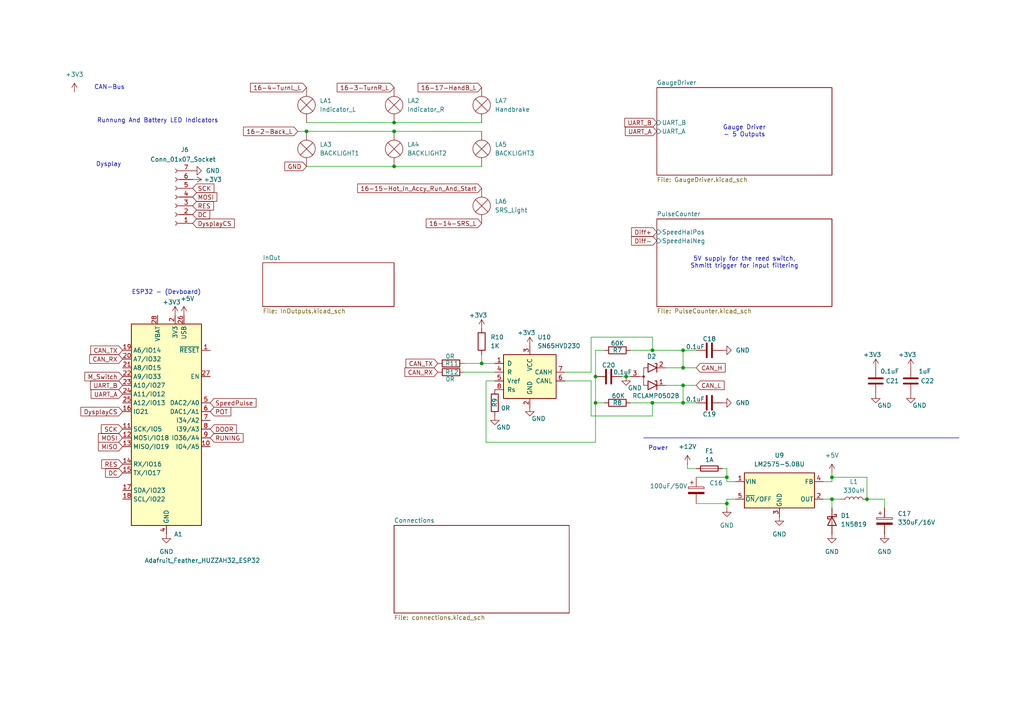
<source format=kicad_sch>
(kicad_sch (version 20231120) (generator "eeschema") (generator_version "8.0")
  (paper "A4")
  (lib_symbols
    (symbol "Connector:Conn_01x07_Socket" (pin_names (offset 1.016) hide)
      (property "Reference" "J" (at 0 10.16 0))
      (property "Value" "Conn_01x07_Socket" (at 0 -10.16 0))
      (symbol "Conn_01x07_Socket_1_1"
        (arc (start 0 -7.112) (mid -0.5058 -7.62) (end 0 -8.128) (stroke (width 0.1524)))
        (arc (start 0 -4.572) (mid -0.5058 -5.08) (end 0 -5.588) (stroke (width 0.1524)))
        (arc (start 0 -2.032) (mid -0.5058 -2.54) (end 0 -3.048) (stroke (width 0.1524)))
        (polyline (pts (xy -1.27 -7.62) (xy -0.508 -7.62)) (stroke (width 0.1524)))
        (polyline (pts (xy -1.27 -5.08) (xy -0.508 -5.08)) (stroke (width 0.1524)))
        (polyline (pts (xy -1.27 -2.54) (xy -0.508 -2.54)) (stroke (width 0.1524)))
        (polyline (pts (xy -1.27 0) (xy -0.508 0)) (stroke (width 0.1524)))
        (polyline (pts (xy -1.27 2.54) (xy -0.508 2.54)) (stroke (width 0.1524)))
        (polyline (pts (xy -1.27 5.08) (xy -0.508 5.08)) (stroke (width 0.1524)))
        (polyline (pts (xy -1.27 7.62) (xy -0.508 7.62)) (stroke (width 0.1524)))
        (arc (start 0 0.508) (mid -0.5058 0) (end 0 -0.508) (stroke (width 0.1524)))
        (arc (start 0 3.048) (mid -0.5058 2.54) (end 0 2.032) (stroke (width 0.1524)))
        (arc (start 0 5.588) (mid -0.5058 5.08) (end 0 4.572) (stroke (width 0.1524)))
        (arc (start 0 8.128) (mid -0.5058 7.62) (end 0 7.112) (stroke (width 0.1524)))
        (pin passive line (at -5.08 7.62 0) (length 3.81) (name "Pin_1") (number "1"))
        (pin passive line (at -5.08 5.08 0) (length 3.81) (name "Pin_2") (number "2"))
        (pin passive line (at -5.08 2.54 0) (length 3.81) (name "Pin_3") (number "3"))
        (pin passive line (at -5.08 0 0) (length 3.81) (name "Pin_4") (number "4"))
        (pin passive line (at -5.08 -2.54 0) (length 3.81) (name "Pin_5") (number "5"))
        (pin passive line (at -5.08 -5.08 0) (length 3.81) (name "Pin_6") (number "6"))
        (pin passive line (at -5.08 -7.62 0) (length 3.81) (name "Pin_7") (number "7"))
      )
    )
    (symbol "Device:C" (pin_numbers hide) (pin_names (offset 0.254))
      (property "Reference" "C" (at 0.635 2.54 0))
      (property "Value" "C" (at 0.635 -2.54 0))
      (symbol "C_0_1"
        (polyline (pts (xy -2.032 -0.762) (xy 2.032 -0.762)) (stroke (width 0.508)))
        (polyline (pts (xy -2.032 0.762) (xy 2.032 0.762)) (stroke (width 0.508)))
      )
      (symbol "C_1_1"
        (pin passive line (at 0 3.81 270) (length 2.794) (name "~") (number "1"))
        (pin passive line (at 0 -3.81 90) (length 2.794) (name "~") (number "2"))
      )
    )
    (symbol "Device:C_Polarized" (pin_numbers hide) (pin_names (offset 0.254))
      (property "Reference" "C" (at 0.635 2.54 0))
      (property "Value" "C_Polarized" (at 0.635 -2.54 0))
      (symbol "C_Polarized_0_1"
        (rectangle (start -2.286 0.508) (end 2.286 1.016))
        (polyline (pts (xy -1.778 2.286) (xy -0.762 2.286)))
        (polyline (pts (xy -1.27 2.794) (xy -1.27 1.778)))
        (rectangle (start 2.286 -0.508) (end -2.286 -1.016) (fill (type outline)))
      )
      (symbol "C_Polarized_1_1"
        (pin passive line (at 0 3.81 270) (length 2.794) (name "~") (number "1"))
        (pin passive line (at 0 -3.81 90) (length 2.794) (name "~") (number "2"))
      )
    )
    (symbol "Device:Fuse" (pin_numbers hide) (pin_names (offset 0))
      (property "Reference" "F" (at 2.032 0 90))
      (property "Value" "Fuse" (at -1.905 0 90))
      (symbol "Fuse_0_1"
        (rectangle (start -0.762 -2.54) (end 0.762 2.54) (stroke (width 0.254)))
        (polyline (pts (xy 0 2.54) (xy 0 -2.54)))
      )
      (symbol "Fuse_1_1"
        (pin passive line (at 0 3.81 270) (length 1.27) (name "~") (number "1"))
        (pin passive line (at 0 -3.81 90) (length 1.27) (name "~") (number "2"))
      )
    )
    (symbol "Device:L" (pin_numbers hide) (pin_names (offset 1.016) hide)
      (property "Reference" "L" (at -1.27 0 90))
      (property "Value" "L" (at 1.905 0 90))
      (symbol "L_0_1"
        (arc (start 0 -2.54) (mid 0.6323 -1.905) (end 0 -1.27))
        (arc (start 0 -1.27) (mid 0.6323 -0.635) (end 0 0))
        (arc (start 0 0) (mid 0.6323 0.635) (end 0 1.27))
        (arc (start 0 1.27) (mid 0.6323 1.905) (end 0 2.54))
      )
      (symbol "L_1_1"
        (pin passive line (at 0 3.81 270) (length 1.27) (name "1") (number "1"))
        (pin passive line (at 0 -3.81 90) (length 1.27) (name "2") (number "2"))
      )
    )
    (symbol "Device:Lamp" (pin_numbers hide) (pin_names (offset 0.0254) hide)
      (property "Reference" "LA" (at 0.635 3.81 0))
      (property "Value" "Lamp" (at 0.635 -3.81 0))
      (symbol "Lamp_0_1"
        (polyline (pts (xy -1.778 1.778) (xy 1.778 -1.778)))
        (polyline (pts (xy 1.778 1.778) (xy -1.778 -1.778)))
        (circle (center 0 0) (radius 2.54))
      )
      (symbol "Lamp_1_1"
        (pin passive line (at 0 -5.08 90) (length 2.54) (name "-") (number "1"))
        (pin passive line (at 0 5.08 270) (length 2.54) (name "+") (number "2"))
      )
    )
    (symbol "Device:R" (pin_numbers hide) (pin_names (offset 0))
      (property "Reference" "R" (at 2.032 0 90))
      (property "Value" "R" (at 0 0 90))
      (symbol "R_0_1"
        (rectangle (start -1.016 -2.54) (end 1.016 2.54) (stroke (width 0.254)))
      )
      (symbol "R_1_1"
        (pin passive line (at 0 3.81 270) (length 1.27) (name "~") (number "1"))
        (pin passive line (at 0 -3.81 90) (length 1.27) (name "~") (number "2"))
      )
    )
    (symbol "Diode:1N5819" (pin_numbers hide) (pin_names (offset 1.016) hide)
      (property "Reference" "D" (at 0 2.54 0))
      (property "Value" "1N5819" (at 0 -2.54 0))
      (symbol "1N5819_0_1"
        (polyline (pts (xy 1.27 0) (xy -1.27 0)))
        (polyline (pts (xy 1.27 1.27) (xy 1.27 -1.27) (xy -1.27 0) (xy 1.27 1.27)) (stroke (width 0.254)))
        (polyline (pts (xy -1.905 0.635) (xy -1.905 1.27) (xy -1.27 1.27) (xy -1.27 -1.27) (xy -0.635 -1.27) (xy -0.635 -0.635)) (stroke (width 0.254)))
      )
      (symbol "1N5819_1_1"
        (pin passive line (at -3.81 0 0) (length 2.54) (name "K") (number "1"))
        (pin passive line (at 3.81 0 180) (length 2.54) (name "A") (number "2"))
      )
    )
    (symbol "GND_1" (power) (pin_numbers hide) (pin_names (offset 0) hide)
      (property "Value" "GND" (at 0 -3.81 0))
      (symbol "GND_1_0_1"
        (polyline (pts (xy 0 0) (xy 0 -1.27) (xy 1.27 -1.27) (xy 0 -2.54) (xy -1.27 -1.27) (xy 0 -1.27)))
      )
      (symbol "GND_1_1_1"
        (pin power_in line (at 0 0 270) (length 0) (name "~") (number "1"))
      )
    )
    (symbol "Interface_CAN_LIN:SN65HVD230" (pin_names (offset 1.016))
      (property "Reference" "U" (at -2.54 10.16 0))
      (property "Value" "SN65HVD230" (at -2.54 7.62 0))
      (symbol "SN65HVD230_0_1"
        (rectangle (start -7.62 5.08) (end 7.62 -7.62) (stroke (width 0.254)) (fill (type background)))
      )
      (symbol "SN65HVD230_1_1"
        (pin input line (at -10.16 2.54 0) (length 2.54) (name "D") (number "1"))
        (pin power_in line (at 0 -10.16 90) (length 2.54) (name "GND") (number "2"))
        (pin power_in line (at 0 7.62 270) (length 2.54) (name "VCC") (number "3"))
        (pin output line (at -10.16 0 0) (length 2.54) (name "R") (number "4"))
        (pin output line (at -10.16 -2.54 0) (length 2.54) (name "Vref") (number "5"))
        (pin bidirectional line (at 10.16 -2.54 180) (length 2.54) (name "CANL") (number "6"))
        (pin bidirectional line (at 10.16 0 180) (length 2.54) (name "CANH") (number "7"))
        (pin input line (at -10.16 -5.08 0) (length 2.54) (name "Rs") (number "8"))
      )
    )
    (symbol "MCU_Module:Adafruit_Feather_HUZZAH32_ESP32"
      (property "Reference" "A" (at -10.16 29.21 0))
      (property "Value" "Adafruit_Feather_HUZZAH32_ESP32" (at 2.54 -31.75 0))
      (symbol "Adafruit_Feather_HUZZAH32_ESP32_0_1"
        (rectangle (start -10.16 27.94) (end 10.16 -30.48) (stroke (width 0.254)) (fill (type background)))
      )
      (symbol "Adafruit_Feather_HUZZAH32_ESP32_1_1"
        (pin input line (at 12.7 20.32 180) (length 2.54) (name "~{RESET}") (number "1"))
        (pin bidirectional line (at 12.7 -7.62 180) (length 2.54) (name "IO4/A5") (number "10"))
        (pin bidirectional line (at -12.7 -2.54 0) (length 2.54) (name "SCK/IO5") (number "11"))
        (pin bidirectional line (at -12.7 -5.08 0) (length 2.54) (name "MOSI/IO18") (number "12"))
        (pin bidirectional line (at -12.7 -7.62 0) (length 2.54) (name "MISO/IO19") (number "13"))
        (pin bidirectional line (at -12.7 -12.7 0) (length 2.54) (name "RX/IO16") (number "14"))
        (pin bidirectional line (at -12.7 -15.24 0) (length 2.54) (name "TX/IO17") (number "15"))
        (pin bidirectional line (at -12.7 2.54 0) (length 2.54) (name "IO21") (number "16"))
        (pin bidirectional line (at -12.7 -20.32 0) (length 2.54) (name "SDA/IO23") (number "17"))
        (pin bidirectional line (at -12.7 -22.86 0) (length 2.54) (name "SCL/IO22") (number "18"))
        (pin bidirectional line (at -12.7 20.32 0) (length 2.54) (name "A6/IO14") (number "19"))
        (pin power_in line (at 2.54 30.48 270) (length 2.54) (name "3V3") (number "2"))
        (pin bidirectional line (at -12.7 17.78 0) (length 2.54) (name "A7/IO32") (number "20"))
        (pin bidirectional line (at -12.7 15.24 0) (length 2.54) (name "A8/IO15") (number "21"))
        (pin bidirectional line (at -12.7 12.7 0) (length 2.54) (name "A9/IO33") (number "22"))
        (pin bidirectional line (at -12.7 10.16 0) (length 2.54) (name "A10/IO27") (number "23"))
        (pin bidirectional line (at -12.7 7.62 0) (length 2.54) (name "A11/IO12") (number "24"))
        (pin bidirectional line (at -12.7 5.08 0) (length 2.54) (name "A12/IO13") (number "25"))
        (pin power_in line (at 5.08 30.48 270) (length 2.54) (name "USB") (number "26"))
        (pin input line (at 12.7 12.7 180) (length 2.54) (name "EN") (number "27"))
        (pin power_in line (at -2.54 30.48 270) (length 2.54) (name "VBAT") (number "28"))
        (pin no_connect line (at 10.16 10.16 180) (length 2.54) hide (name "NC") (number "3"))
        (pin power_in line (at 0 -33.02 90) (length 2.54) (name "GND") (number "4"))
        (pin bidirectional line (at 12.7 5.08 180) (length 2.54) (name "DAC2/A0") (number "5"))
        (pin bidirectional line (at 12.7 2.54 180) (length 2.54) (name "DAC1/A1") (number "6"))
        (pin bidirectional line (at 12.7 0 180) (length 2.54) (name "I34/A2") (number "7"))
        (pin bidirectional line (at 12.7 -2.54 180) (length 2.54) (name "I39/A3") (number "8"))
        (pin bidirectional line (at 12.7 -5.08 180) (length 2.54) (name "IO36/A4") (number "9"))
      )
    )
    (symbol "Power_Protection:RCLAMP0502B" (pin_names hide)
      (property "Reference" "D" (at 0 5.08 0))
      (property "Value" "RCLAMP0502B" (at 0 -5.08 0))
      (symbol "RCLAMP0502B_0_1"
        (polyline (pts (xy -2.54 0) (xy -1.27 0)))
        (polyline (pts (xy -1.27 2.54) (xy -1.27 -2.54)))
        (polyline (pts (xy 0 2.54) (xy -1.27 2.54)) (stroke (width 0.1524)))
        (polyline (pts (xy 2.54 3.81) (xy 2.54 1.27) (xy 2.032 1.27)) (stroke (width 0.254)))
        (polyline (pts (xy 0 1.27) (xy 0 3.81) (xy 2.54 2.54) (xy 0 1.27)) (stroke (width 0.254)))
        (pin passive line (at -5.08 0 0) (length 2.54) (name "A") (number "3"))
      )
      (symbol "RCLAMP0502B_1_1"
        (circle (center -1.27 0) (radius 0.254) (fill (type outline)))
        (polyline (pts (xy 0 -2.54) (xy -1.27 -2.54)) (stroke (width 0.1524)))
        (polyline (pts (xy 2.54 -1.27) (xy 2.54 -3.81) (xy 2.032 -3.81)) (stroke (width 0.254)))
        (polyline (pts (xy 0 -3.81) (xy 0 -1.27) (xy 2.54 -2.54) (xy 0 -3.81)) (stroke (width 0.254)))
        (pin passive line (at 5.08 2.54 180) (length 2.54) (name "K1") (number "1"))
        (pin passive line (at 5.08 -2.54 180) (length 2.54) (name "K2") (number "2"))
      )
    )
    (symbol "Regulator_Switching:LM2575-5.0BU" (pin_names (offset 0.254))
      (property "Reference" "U" (at -10.16 6.35 0))
      (property "Value" "LM2575-5.0BU" (at 0 6.35 0))
      (symbol "LM2575-5.0BU_0_1"
        (rectangle (start -10.16 5.08) (end 10.16 -5.08) (stroke (width 0.254)) (fill (type background)))
      )
      (symbol "LM2575-5.0BU_1_1"
        (pin power_in line (at -12.7 2.54 0) (length 2.54) (name "VIN") (number "1"))
        (pin output line (at 12.7 -2.54 180) (length 2.54) (name "OUT") (number "2"))
        (pin power_in line (at 0 -7.62 90) (length 2.54) (name "GND") (number "3"))
        (pin input line (at 12.7 2.54 180) (length 2.54) (name "FB") (number "4"))
        (pin input line (at -12.7 -2.54 0) (length 2.54) (name "~{ON}/OFF") (number "5"))
      )
    )
    (symbol "power:+12V" (power) (pin_numbers hide) (pin_names (offset 0) hide)
      (property "Value" "+12V" (at 0 3.556 0))
      (symbol "+12V_0_1"
        (polyline (pts (xy -0.762 1.27) (xy 0 2.54)))
        (polyline (pts (xy 0 0) (xy 0 2.54)))
        (polyline (pts (xy 0 2.54) (xy 0.762 1.27)))
      )
      (symbol "+12V_1_1"
        (pin power_in line (at 0 0 90) (length 0) (name "~") (number "1"))
      )
    )
    (symbol "power:+3V3" (power) (pin_names (offset 0))
      (property "Value" "+3V3" (at 0 3.556 0))
      (symbol "+3V3_0_1"
        (polyline (pts (xy -0.762 1.27) (xy 0 2.54)))
        (polyline (pts (xy 0 0) (xy 0 2.54)))
        (polyline (pts (xy 0 2.54) (xy 0.762 1.27)))
      )
      (symbol "+3V3_1_1"
        (pin power_in line (at 0 0 90) (length 0) hide (name "+3V3") (number "1"))
      )
    )
    (symbol "power:+5V" (power) (pin_names (offset 0))
      (property "Value" "+5V" (at 0 3.556 0))
      (symbol "+5V_0_1"
        (polyline (pts (xy -0.762 1.27) (xy 0 2.54)))
        (polyline (pts (xy 0 0) (xy 0 2.54)))
        (polyline (pts (xy 0 2.54) (xy 0.762 1.27)))
      )
      (symbol "+5V_1_1"
        (pin power_in line (at 0 0 90) (length 0) hide (name "+5V") (number "1"))
      )
    )
    (symbol "power:GND" (power) (pin_names (offset 0))
      (property "Value" "GND" (at 0 -3.81 0))
      (symbol "GND_0_1"
        (polyline (pts (xy 0 0) (xy 0 -1.27) (xy 1.27 -1.27) (xy 0 -2.54) (xy -1.27 -1.27) (xy 0 -1.27)))
      )
      (symbol "GND_1_1"
        (pin power_in line (at 0 0 270) (length 0) hide (name "GND") (number "1"))
      )
    )
  )
  (junction (at 198.12 101.6))
  (junction (at 198.12 106.68))
  (junction (at 114.3 38.1))
  (junction (at 114.3 48.26))
  (junction (at 251.46 144.78))
  (junction (at 139.7 105.41))
  (junction (at 241.3 138.43))
  (junction (at 198.12 116.84))
  (junction (at 172.72 116.84))
  (junction (at 241.3 144.78))
  (junction (at 114.3 35.56))
  (junction (at 88.9 38.1))
  (junction (at 210.82 146.05))
  (junction (at 181.61 109.22))
  (junction (at 189.23 101.6))
  (junction (at 189.23 116.84))
  (junction (at 198.12 111.76))
  (junction (at 172.72 109.22))
  (junction (at 210.82 138.43))
  (wire (pts (xy 210.82 139.7) (xy 213.36 139.7)))
  (wire (pts (xy 88.9 48.26) (xy 114.3 48.26)))
  (wire (pts (xy 201.93 138.43) (xy 210.82 138.43)))
  (wire (pts (xy 251.46 138.43) (xy 241.3 138.43)))
  (polyline (pts (xy 186.69 127) (xy 278.13 127)))
  (wire (pts (xy 88.9 35.56) (xy 114.3 35.56)))
  (wire (pts (xy 181.61 109.22) (xy 182.88 109.22)))
  (wire (pts (xy 189.23 120.65) (xy 189.23 116.84)))
  (wire (pts (xy 171.45 107.95) (xy 171.45 97.79)))
  (wire (pts (xy 182.88 101.6) (xy 189.23 101.6)))
  (wire (pts (xy 114.3 38.1) (xy 139.7 38.1)))
  (wire (pts (xy 201.93 146.05) (xy 210.82 146.05)))
  (wire (pts (xy 163.83 110.49) (xy 171.45 110.49)))
  (wire (pts (xy 172.72 128.27) (xy 172.72 116.84)))
  (wire (pts (xy 241.3 139.7) (xy 238.76 139.7)))
  (wire (pts (xy 189.23 97.79) (xy 189.23 101.6)))
  (wire (pts (xy 189.23 101.6) (xy 198.12 101.6)))
  (wire (pts (xy 88.9 38.1) (xy 114.3 38.1)))
  (wire (pts (xy 198.12 111.76) (xy 201.93 111.76)))
  (wire (pts (xy 172.72 109.22) (xy 172.72 116.84)))
  (wire (pts (xy 86.36 38.1) (xy 88.9 38.1)))
  (wire (pts (xy 210.82 144.78) (xy 210.82 146.05)))
  (wire (pts (xy 189.23 116.84) (xy 198.12 116.84)))
  (wire (pts (xy 251.46 144.78) (xy 251.46 138.43)))
  (wire (pts (xy 210.82 135.89) (xy 210.82 138.43)))
  (wire (pts (xy 256.54 147.32) (xy 256.54 144.78)))
  (wire (pts (xy 182.88 116.84) (xy 189.23 116.84)))
  (wire (pts (xy 198.12 116.84) (xy 198.12 111.76)))
  (wire (pts (xy 241.3 137.16) (xy 241.3 138.43)))
  (wire (pts (xy 171.45 110.49) (xy 171.45 120.65)))
  (wire (pts (xy 171.45 97.79) (xy 189.23 97.79)))
  (wire (pts (xy 199.39 134.62) (xy 199.39 135.89)))
  (wire (pts (xy 210.82 135.89) (xy 209.55 135.89)))
  (wire (pts (xy 210.82 138.43) (xy 210.82 139.7)))
  (wire (pts (xy 256.54 144.78) (xy 251.46 144.78)))
  (wire (pts (xy 193.04 106.68) (xy 198.12 106.68)))
  (wire (pts (xy 140.97 128.27) (xy 172.72 128.27)))
  (wire (pts (xy 201.93 116.84) (xy 198.12 116.84)))
  (wire (pts (xy 210.82 146.05) (xy 210.82 147.32)))
  (wire (pts (xy 163.83 107.95) (xy 171.45 107.95)))
  (wire (pts (xy 114.3 35.56) (xy 139.7 35.56)))
  (wire (pts (xy 201.93 101.6) (xy 198.12 101.6)))
  (wire (pts (xy 143.51 110.49) (xy 140.97 110.49)))
  (wire (pts (xy 180.34 109.22) (xy 181.61 109.22)))
  (wire (pts (xy 171.45 120.65) (xy 189.23 120.65)))
  (wire (pts (xy 241.3 144.78) (xy 238.76 144.78)))
  (wire (pts (xy 175.26 101.6) (xy 172.72 101.6)))
  (wire (pts (xy 241.3 147.32) (xy 241.3 144.78)))
  (wire (pts (xy 213.36 144.78) (xy 210.82 144.78)))
  (wire (pts (xy 172.72 101.6) (xy 172.72 109.22)))
  (wire (pts (xy 134.62 107.95) (xy 143.51 107.95)))
  (wire (pts (xy 175.26 116.84) (xy 172.72 116.84)))
  (wire (pts (xy 139.7 105.41) (xy 143.51 105.41)))
  (wire (pts (xy 139.7 102.87) (xy 139.7 105.41)))
  (wire (pts (xy 198.12 106.68) (xy 201.93 106.68)))
  (wire (pts (xy 114.3 48.26) (xy 139.7 48.26)))
  (wire (pts (xy 241.3 138.43) (xy 241.3 139.7)))
  (wire (pts (xy 241.3 144.78) (xy 243.84 144.78)))
  (wire (pts (xy 199.39 135.89) (xy 201.93 135.89)))
  (wire (pts (xy 134.62 105.41) (xy 139.7 105.41)))
  (wire (pts (xy 198.12 101.6) (xy 198.12 106.68)))
  (wire (pts (xy 193.04 111.76) (xy 198.12 111.76)))
  (wire (pts (xy 140.97 110.49) (xy 140.97 128.27)))
  (text "Gauge Driver\n- 5 Outputs" (at 215.9 38.1 0) (effects (font (size 1.27 1.27))))
  (text "5V supply for the reed switch,\nShmitt trigger for input filtering\n" (at 215.9 76.2 0) (effects (font (size 1.27 1.27))))
  (text "CAN-Bus" (at 31.75 25.4 0) (effects (font (size 1.27 1.27))))
  (text "Dysplay" (at 31.496 47.752 0) (effects (font (size 1.27 1.27))))
  (text "Runnung And Battery LED Indicators" (at 45.72 35.052 0) (effects (font (size 1.27 1.27))))
  (text "Power" (at 187.96 130.81 0) (effects (font (size 1.27 1.27)) (justify left bottom)))
  (text "ESP32 - (Devboard)" (at 48.26 84.836 0) (effects (font (size 1.27 1.27))))
  (global_label "16-3-TurnR_L" (shape input) (at 114.3 25.4 180) (property "Intersheetrefs" "${INTERSHEET_REFS}" (effects (hide yes))))
  (global_label "DC" (shape input) (at 35.56 137.16 180) (property "Intersheetrefs" "${INTERSHEET_REFS}" (effects (hide yes))))
  (global_label "CAN_RX" (shape input) (at 127 107.95 180) (property "Intersheetrefs" "${INTERSHEET_REFS}" (effects (hide yes))))
  (global_label "RES" (shape input) (at 35.56 134.62 180) (property "Intersheetrefs" "${INTERSHEET_REFS}" (effects (hide yes))))
  (global_label "UART_B" (shape input) (at 190.5 35.56 180) (property "Intersheetrefs" "${INTERSHEET_REFS}" (effects (hide yes))))
  (global_label "GND" (shape input) (at 88.9 48.26 180) (property "Intersheetrefs" "${INTERSHEET_REFS}" (effects (hide yes))))
  (global_label "SCK" (shape input) (at 35.56 124.46 180) (property "Intersheetrefs" "${INTERSHEET_REFS}" (effects (hide yes))))
  (global_label "RES" (shape input) (at 55.88 59.69 0) (property "Intersheetrefs" "${INTERSHEET_REFS}" (effects (hide yes))))
  (global_label "UART_B" (shape input) (at 35.56 111.76 180) (property "Intersheetrefs" "${INTERSHEET_REFS}" (effects (hide yes))))
  (global_label "DysplayCS" (shape input) (at 55.88 64.77 0) (property "Intersheetrefs" "${INTERSHEET_REFS}" (effects (hide yes))))
  (global_label "SpeedPulse" (shape input) (at 60.96 116.84 0) (property "Intersheetrefs" "${INTERSHEET_REFS}" (effects (hide yes))))
  (global_label "CAN_RX" (shape input) (at 35.56 104.14 180) (property "Intersheetrefs" "${INTERSHEET_REFS}" (effects (hide yes))))
  (global_label "MOSI" (shape input) (at 35.56 127 180) (property "Intersheetrefs" "${INTERSHEET_REFS}" (effects (hide yes))))
  (global_label "16-17-HandB_L" (shape input) (at 139.7 25.4 180) (property "Intersheetrefs" "${INTERSHEET_REFS}" (effects (hide yes))))
  (global_label "CAN_TX" (shape input) (at 127 105.41 180) (property "Intersheetrefs" "${INTERSHEET_REFS}" (effects (hide yes))))
  (global_label "16-15-Hot_In_Accy_Run_And_Start" (shape input) (at 139.7 54.61 180) (property "Intersheetrefs" "${INTERSHEET_REFS}" (effects (hide yes))))
  (global_label "CAN_L" (shape input) (at 201.93 111.76 0) (property "Intersheetrefs" "${INTERSHEET_REFS}" (effects (hide yes))))
  (global_label "UART_A" (shape input) (at 35.56 114.3 180) (property "Intersheetrefs" "${INTERSHEET_REFS}" (effects (hide yes))))
  (global_label "DysplayCS" (shape input) (at 35.56 119.38 180) (property "Intersheetrefs" "${INTERSHEET_REFS}" (effects (hide yes))))
  (global_label "16-14-SRS_L" (shape input) (at 139.7 64.77 180) (property "Intersheetrefs" "${INTERSHEET_REFS}" (effects (hide yes))))
  (global_label "UART_A" (shape input) (at 190.5 38.1 180) (property "Intersheetrefs" "${INTERSHEET_REFS}" (effects (hide yes))))
  (global_label "M_Switch" (shape input) (at 35.56 109.22 180) (property "Intersheetrefs" "${INTERSHEET_REFS}" (effects (hide yes))))
  (global_label "RUNING" (shape input) (at 60.96 127 0) (property "Intersheetrefs" "${INTERSHEET_REFS}" (effects (hide yes))))
  (global_label "MISO" (shape input) (at 35.56 129.54 180) (property "Intersheetrefs" "${INTERSHEET_REFS}" (effects (hide yes))))
  (global_label "DC" (shape input) (at 55.88 62.23 0) (property "Intersheetrefs" "${INTERSHEET_REFS}" (effects (hide yes))))
  (global_label "MOSI" (shape input) (at 55.88 57.15 0) (property "Intersheetrefs" "${INTERSHEET_REFS}" (effects (hide yes))))
  (global_label "16-4-TurnL_L" (shape input) (at 88.9 25.4 180) (property "Intersheetrefs" "${INTERSHEET_REFS}" (effects (hide yes))))
  (global_label "16-2-Back_L" (shape input) (at 86.36 38.1 180) (property "Intersheetrefs" "${INTERSHEET_REFS}" (effects (hide yes))))
  (global_label "SCK" (shape input) (at 55.88 54.61 0) (property "Intersheetrefs" "${INTERSHEET_REFS}" (effects (hide yes))))
  (global_label "Diff-" (shape input) (at 190.5 69.85 180) (property "Intersheetrefs" "${INTERSHEET_REFS}" (effects (hide yes))))
  (global_label "POT" (shape input) (at 60.96 119.38 0) (property "Intersheetrefs" "${INTERSHEET_REFS}" (effects (hide yes))))
  (global_label "CAN_TX" (shape input) (at 35.56 101.6 180) (property "Intersheetrefs" "${INTERSHEET_REFS}" (effects (hide yes))))
  (global_label "DOOR" (shape input) (at 60.96 124.46 0) (property "Intersheetrefs" "${INTERSHEET_REFS}" (effects (hide yes))))
  (global_label "CAN_H" (shape input) (at 201.93 106.68 0) (property "Intersheetrefs" "${INTERSHEET_REFS}" (effects (hide yes))))
  (global_label "Diff+" (shape input) (at 190.5 67.31 180) (property "Intersheetrefs" "${INTERSHEET_REFS}" (effects (hide yes))))
  (symbol (lib_name "GND_1") (lib_id "power:GND") (at 153.67 118.11 0) (unit 1)
    (property "Reference" "#PWR080" (effects (hide yes)))
    (property "Value" "GND" (at 156.21 121.412 0))
    (property "Description" "Power symbol creates a global label with name \"GND\" , ground" (effects (hide yes)))
  )
  (symbol (lib_name "GND_1") (lib_id "power:GND") (at 254 114.3 0) (unit 1)
    (property "Reference" "#PWR083" (effects (hide yes)))
    (property "Value" "GND" (at 256.54 117.602 0))
    (property "Description" "Power symbol creates a global label with name \"GND\" , ground" (effects (hide yes)))
  )
  (symbol (lib_id "power:+3V3") (at 50.8 91.44 0) (unit 1)
    (property "Reference" "#PWR067" (effects (hide yes)))
    (property "Value" "+3V3" (at 49.784 87.63 0))
  )
  (symbol (lib_id "power:+12V") (at 199.39 134.62 0) (unit 1)
    (property "Reference" "#PWR068" (effects (hide yes)))
    (property "Value" "+12V" (at 199.39 129.54 0))
  )
  (symbol (lib_id "power:GND") (at 256.54 154.94 0) (unit 1)
    (property "Reference" "#PWR073" (effects (hide yes)))
    (property "Value" "GND" (at 256.54 160.02 0))
  )
  (symbol (lib_id "power:GND") (at 55.88 49.53 90) (unit 1)
    (property "Reference" "#PWR075" (effects (hide yes)))
    (property "Value" "GND" (at 59.69 49.5299 90) (effects (justify right)))
  )
  (symbol (lib_id "power:+5V") (at 53.34 91.44 0) (unit 1)
    (property "Reference" "#PWR065" (effects (hide yes)))
    (property "Value" "+5V" (at 54.356 86.614 0))
  )
  (symbol (lib_name "GND_1") (lib_id "power:GND") (at 209.55 116.84 90) (unit 1)
    (property "Reference" "#PWR077" (effects (hide yes)))
    (property "Value" "GND" (at 213.36 116.8399 90) (effects (justify right)))
    (property "Description" "Power symbol creates a global label with name \"GND\" , ground" (effects (hide yes)))
  )
  (symbol (lib_id "Device:R") (at 130.81 107.95 90) (unit 1)
    (property "Reference" "R12" (at 131.064 107.95 90))
    (property "Value" "0R" (at 130.556 109.982 90))
    (property "Footprint" "Resistor_SMD:R_0805_2012Metric_Pad1.20x1.40mm_HandSolder" (effects (hide yes)))
    (property "Description" "Resistor" (effects (hide yes)))
  )
  (symbol (lib_id "power:+3V3") (at 139.7 95.25 0) (unit 1)
    (property "Reference" "#PWR086" (effects (hide yes)))
    (property "Value" "+3V3" (at 138.684 91.44 0))
  )
  (symbol (lib_id "Regulator_Switching:LM2575-5.0BU") (at 226.06 142.24 0) (unit 1)
    (property "Reference" "U9" (at 226.06 132.08 0))
    (property "Value" "LM2575-5.0BU" (at 226.06 134.62 0))
    (property "Footprint" "Package_TO_SOT_SMD:TO-263-5_TabPin3" (effects (hide yes)))
    (property "Datasheet" "http://ww1.microchip.com/downloads/en/DeviceDoc/lm2575.pdf" (effects (hide yes)))
  )
  (symbol (lib_id "Device:Lamp") (at 114.3 43.18 0) (unit 1)
    (property "Reference" "LA4" (at 118.11 41.9099 0) (effects (justify left)))
    (property "Value" "BACKLIGHT2" (at 118.11 44.4499 0) (effects (justify left)))
    (property "Footprint" "Library:Biglight" (effects (hide yes)))
    (property "Description" "Lamp" (effects (hide yes)))
  )
  (symbol (lib_id "Power_Protection:RCLAMP0502B") (at 187.96 109.22 0) (mirror x) (unit 1)
    (property "Reference" "D2" (at 188.976 103.378 0))
    (property "Value" "RCLAMP0502B" (at 190.246 114.808 0))
    (property "Footprint" "Package_TO_SOT_SMD:SOT-416" (effects (hide yes)))
    (property "Datasheet" "https://www.semtech.com/products/circuit-protection/low-capacitance/rclamp0502b" (effects (hide yes)))
    (property "Description" "Low capacitance unidirectional dual ESD protection diode, SC-75" (effects (hide yes)))
  )
  (symbol (lib_id "Device:C_Polarized") (at 256.54 151.13 0) (unit 1)
    (property "Reference" "C17" (at 260.35 148.971 0) (effects (justify left)))
    (property "Value" "330uF/16V" (at 260.35 151.511 0) (effects (justify left)))
    (property "Footprint" "Capacitor_THT:CP_Radial_D8.0mm_P3.50mm" (effects (hide yes)))
    (property "Datasheet" "https://www.farnell.com/datasheets/2321649.pdf" (effects (hide yes)))
  )
  (symbol (lib_name "GND_1") (lib_id "power:GND") (at 181.61 109.22 0) (unit 1)
    (property "Reference" "#PWR078" (effects (hide yes)))
    (property "Value" "GND" (at 184.15 112.522 0))
    (property "Description" "Power symbol creates a global label with name \"GND\" , ground" (effects (hide yes)))
  )
  (symbol (lib_id "Device:Lamp") (at 139.7 59.69 0) (unit 1)
    (property "Reference" "LA6" (at 143.51 58.4199 0) (effects (justify left)))
    (property "Value" "SRS_Light" (at 143.51 60.9599 0) (effects (justify left)))
    (property "Footprint" "Library:Smallight" (effects (hide yes)))
    (property "Description" "Lamp" (effects (hide yes)))
  )
  (symbol (lib_name "GND_1") (lib_id "power:GND") (at 209.55 101.6 90) (unit 1)
    (property "Reference" "#PWR076" (effects (hide yes)))
    (property "Value" "GND" (at 213.36 101.5999 90) (effects (justify right)))
    (property "Description" "Power symbol creates a global label with name \"GND\" , ground" (effects (hide yes)))
  )
  (symbol (lib_id "Device:C") (at 176.53 109.22 90) (unit 1)
    (property "Reference" "C20" (at 176.53 105.918 90))
    (property "Value" "0.1uF" (at 180.594 107.95 90))
    (property "Footprint" "Capacitor_SMD:C_0805_2012Metric_Pad1.18x1.45mm_HandSolder" (effects (hide yes)))
    (property "Description" "Unpolarized capacitor" (effects (hide yes)))
  )
  (symbol (lib_id "power:+3V3") (at 21.59 26.67 0) (unit 1)
    (property "Reference" "#PWR066" (effects (hide yes)))
    (property "Value" "+3V3" (at 21.59 21.59 0))
  )
  (symbol (lib_id "Device:R") (at 139.7 99.06 0) (unit 1)
    (property "Reference" "R10" (at 142.24 97.7899 0) (effects (justify left)))
    (property "Value" "1K" (at 142.24 100.3299 0) (effects (justify left)))
    (property "Footprint" "Resistor_SMD:R_0805_2012Metric_Pad1.20x1.40mm_HandSolder" (effects (hide yes)))
    (property "Description" "Resistor" (effects (hide yes)))
  )
  (symbol (lib_id "Device:Lamp") (at 88.9 30.48 0) (unit 1)
    (property "Reference" "LA1" (at 92.71 29.2099 0) (effects (justify left)))
    (property "Value" "Indicator_L" (at 92.71 31.7499 0) (effects (justify left)))
    (property "Footprint" "Library:Smallight" (effects (hide yes)))
    (property "Description" "Lamp" (effects (hide yes)))
  )
  (symbol (lib_name "GND_1") (lib_id "power:GND") (at 264.16 114.3 0) (unit 1)
    (property "Reference" "#PWR084" (effects (hide yes)))
    (property "Value" "GND" (at 266.7 117.602 0))
    (property "Description" "Power symbol creates a global label with name \"GND\" , ground" (effects (hide yes)))
  )
  (symbol (lib_id "Device:C") (at 264.16 110.49 0) (unit 1)
    (property "Reference" "C22" (at 268.986 110.49 0))
    (property "Value" "1uF" (at 268.224 107.696 0))
    (property "Footprint" "Capacitor_SMD:C_0805_2012Metric_Pad1.18x1.45mm_HandSolder" (effects (hide yes)))
    (property "Description" "Unpolarized capacitor" (effects (hide yes)))
  )
  (symbol (lib_id "Device:C_Polarized") (at 201.93 142.24 0) (unit 1)
    (property "Reference" "C16" (at 205.74 140.081 0) (effects (justify left)))
    (property "Value" "100uF/50V" (at 199.39 140.97 0) (effects (justify right)))
    (property "Footprint" "Capacitor_THT:CP_Radial_D8.0mm_P3.50mm" (effects (hide yes)))
    (property "Datasheet" "https://www.farnell.com/datasheets/2321305.pdf" (effects (hide yes)))
  )
  (symbol (lib_id "Device:C") (at 205.74 101.6 90) (unit 1)
    (property "Reference" "C18" (at 205.74 98.298 90))
    (property "Value" "0.1uF" (at 201.676 100.584 90))
    (property "Footprint" "Capacitor_SMD:C_0805_2012Metric_Pad1.18x1.45mm_HandSolder" (effects (hide yes)))
    (property "Description" "Unpolarized capacitor" (effects (hide yes)))
  )
  (symbol (lib_id "power:GND") (at 226.06 149.86 0) (unit 1)
    (property "Reference" "#PWR070" (effects (hide yes)))
    (property "Value" "GND" (at 226.06 154.94 0))
  )
  (symbol (lib_id "Device:Lamp") (at 88.9 43.18 0) (unit 1)
    (property "Reference" "LA3" (at 92.71 41.9099 0) (effects (justify left)))
    (property "Value" "BACKLIGHT1" (at 92.71 44.4499 0) (effects (justify left)))
    (property "Footprint" "Library:Biglight" (effects (hide yes)))
    (property "Description" "Lamp" (effects (hide yes)))
  )
  (symbol (lib_id "Device:R") (at 179.07 101.6 90) (unit 1)
    (property "Reference" "R7" (at 179.07 101.6 90))
    (property "Value" "60K" (at 179.07 99.568 90))
    (property "Footprint" "Resistor_SMD:R_0805_2012Metric_Pad1.20x1.40mm_HandSolder" (effects (hide yes)))
    (property "Description" "Resistor" (effects (hide yes)))
  )
  (symbol (lib_id "Connector:Conn_01x07_Socket") (at 50.8 57.15 180) (unit 1)
    (property "Reference" "J6" (at 53.594 43.434 0))
    (property "Value" "Conn_01x07_Socket" (at 53.086 46.228 0))
    (property "Footprint" "Connector_PinHeader_2.54mm:PinHeader_1x07_P2.54mm_Vertical" (effects (hide yes)))
    (property "Description" "Generic connector, single row, 01x07, script generated" (effects (hide yes)))
  )
  (symbol (lib_id "power:+3V3") (at 264.16 106.68 0) (unit 1)
    (property "Reference" "#PWR082" (effects (hide yes)))
    (property "Value" "+3V3" (at 263.144 102.87 0))
  )
  (symbol (lib_id "power:+3V3") (at 153.67 100.33 0) (unit 1)
    (property "Reference" "#PWR079" (effects (hide yes)))
    (property "Value" "+3V3" (at 152.654 96.52 0))
  )
  (symbol (lib_id "Interface_CAN_LIN:SN65HVD230") (at 153.67 107.95 0) (unit 1)
    (property "Reference" "U10" (at 155.8641 97.79 0) (effects (justify left)))
    (property "Value" "SN65HVD230" (at 155.8641 100.33 0) (effects (justify left)))
    (property "Footprint" "Package_SO:SOIC-8_3.9x4.9mm_P1.27mm" (effects (hide yes)))
    (property "Datasheet" "http://www.ti.com/lit/ds/symlink/sn65hvd230.pdf" (effects (hide yes)))
    (property "Description" "CAN Bus Transceivers, 3.3V, 1Mbps, Low-Power capabilities, SOIC-8" (effects (hide yes)))
  )
  (symbol (lib_name "GND_1") (lib_id "power:GND") (at 143.51 120.65 0) (unit 1)
    (property "Reference" "#PWR085" (effects (hide yes)))
    (property "Value" "GND" (at 146.05 123.952 0))
    (property "Description" "Power symbol creates a global label with name \"GND\" , ground" (effects (hide yes)))
  )
  (symbol (lib_id "power:+3V3") (at 55.88 52.07 270) (unit 1)
    (property "Reference" "#PWR074" (effects (hide yes)))
    (property "Value" "+3V3" (at 61.722 52.07 90))
  )
  (symbol (lib_id "Device:C") (at 205.74 116.84 90) (unit 1)
    (property "Reference" "C19" (at 205.74 120.142 90))
    (property "Value" "0.1uF" (at 201.676 115.824 90))
    (property "Footprint" "Capacitor_SMD:C_0805_2012Metric_Pad1.18x1.45mm_HandSolder" (effects (hide yes)))
    (property "Description" "Unpolarized capacitor" (effects (hide yes)))
  )
  (symbol (lib_id "Device:Fuse") (at 205.74 135.89 90) (unit 1)
    (property "Reference" "F1" (at 205.74 130.81 90))
    (property "Value" "1A" (at 205.74 133.35 90))
    (property "Footprint" "Fuse:Fuse_0402_1005Metric_Pad0.77x0.64mm_HandSolder" (effects (hide yes)))
  )
  (symbol (lib_id "Device:R") (at 143.51 116.84 0) (unit 1)
    (property "Reference" "R9" (at 143.51 118.11 90) (effects (justify left)))
    (property "Value" "0R" (at 145.288 118.364 0) (effects (justify left)))
    (property "Footprint" "Resistor_SMD:R_0805_2012Metric_Pad1.20x1.40mm_HandSolder" (effects (hide yes)))
    (property "Description" "Resistor" (effects (hide yes)))
  )
  (symbol (lib_id "power:GND") (at 48.26 154.94 0) (unit 1)
    (property "Reference" "#PWR064" (effects (hide yes)))
    (property "Value" "GND" (at 48.26 160.02 0))
  )
  (symbol (lib_id "Device:R") (at 179.07 116.84 90) (unit 1)
    (property "Reference" "R8" (at 179.07 116.84 90))
    (property "Value" "60K" (at 179.324 114.808 90))
    (property "Footprint" "Resistor_SMD:R_0805_2012Metric_Pad1.20x1.40mm_HandSolder" (effects (hide yes)))
    (property "Description" "Resistor" (effects (hide yes)))
  )
  (symbol (lib_id "Device:Lamp") (at 139.7 30.48 0) (unit 1)
    (property "Reference" "LA7" (at 143.51 29.2099 0) (effects (justify left)))
    (property "Value" "Handbrake" (at 143.51 31.7499 0) (effects (justify left)))
    (property "Footprint" "Library:Smallight" (effects (hide yes)))
    (property "Description" "Lamp" (effects (hide yes)))
  )
  (symbol (lib_id "power:+5V") (at 241.3 137.16 0) (unit 1)
    (property "Reference" "#PWR071" (effects (hide yes)))
    (property "Value" "+5V" (at 241.3 132.08 0))
  )
  (symbol (lib_id "power:GND") (at 241.3 154.94 0) (unit 1)
    (property "Reference" "#PWR072" (effects (hide yes)))
    (property "Value" "GND" (at 241.3 160.02 0))
  )
  (symbol (lib_id "power:GND") (at 210.82 147.32 0) (unit 1)
    (property "Reference" "#PWR069" (effects (hide yes)))
    (property "Value" "GND" (at 210.82 152.4 0))
  )
  (symbol (lib_id "Device:Lamp") (at 139.7 43.18 0) (unit 1)
    (property "Reference" "LA5" (at 143.51 41.9099 0) (effects (justify left)))
    (property "Value" "BACKLIGHT3" (at 143.51 44.4499 0) (effects (justify left)))
    (property "Footprint" "Library:Biglight" (effects (hide yes)))
    (property "Description" "Lamp" (effects (hide yes)))
  )
  (symbol (lib_id "MCU_Module:Adafruit_Feather_HUZZAH32_ESP32") (at 48.26 121.92 0) (unit 1)
    (property "Reference" "A1" (at 50.4541 154.94 0) (effects (justify left)))
    (property "Value" "Adafruit_Feather_HUZZAH32_ESP32" (at 41.91 162.56 0) (effects (justify left)))
    (property "Footprint" "Module:Adafruit_Feather" (effects (hide yes)))
    (property "Datasheet" "https://cdn-learn.adafruit.com/downloads/pdf/adafruit-huzzah32-esp32-feather.pdf" (effects (hide yes)))
  )
  (symbol (lib_id "Device:C") (at 254 110.49 0) (unit 1)
    (property "Reference" "C21" (at 258.826 110.49 0))
    (property "Value" "0.1uF" (at 258.064 107.696 0))
    (property "Footprint" "Capacitor_SMD:C_0805_2012Metric_Pad1.18x1.45mm_HandSolder" (effects (hide yes)))
    (property "Description" "Unpolarized capacitor" (effects (hide yes)))
  )
  (symbol (lib_id "Device:L") (at 247.65 144.78 90) (unit 1)
    (property "Reference" "L1" (at 247.65 139.7 90))
    (property "Value" "330uH" (at 247.65 142.24 90))
    (property "Footprint" "Inductor_THT:L_Radial_D9.5mm_P5.00mm_Fastron_07HVP" (effects (hide yes)))
    (property "Datasheet" "https://4donline.ihs.com/images/VipMasterIC/IC/COLC/COLC-S-A0013795719/COLC-S-A0013855752-1.pdf?hkey=6D3A4C79FDBF58556ACFDE234799DDF0" (effects (hide yes)))
  )
  (symbol (lib_id "Device:R") (at 130.81 105.41 90) (unit 1)
    (property "Reference" "R11" (at 131.064 105.41 90))
    (property "Value" "0R" (at 130.556 103.378 90))
    (property "Footprint" "Resistor_SMD:R_0805_2012Metric_Pad1.20x1.40mm_HandSolder" (effects (hide yes)))
    (property "Description" "Resistor" (effects (hide yes)))
  )
  (symbol (lib_id "power:+3V3") (at 254 106.68 0) (unit 1)
    (property "Reference" "#PWR081" (effects (hide yes)))
    (property "Value" "+3V3" (at 252.984 102.87 0))
  )
  (symbol (lib_id "Diode:1N5819") (at 241.3 151.13 270) (unit 1)
    (property "Reference" "D1" (at 243.84 149.5425 90) (effects (justify left)))
    (property "Value" "1N5819" (at 243.84 152.0825 90) (effects (justify left)))
    (property "Footprint" "Diode_THT:D_DO-41_SOD81_P10.16mm_Horizontal" (effects (hide yes)))
    (property "Datasheet" "http://www.vishay.com/docs/88525/1n5817.pdf" (effects (hide yes)))
  )
  (symbol (lib_id "Device:Lamp") (at 114.3 30.48 0) (unit 1)
    (property "Reference" "LA2" (at 118.11 29.2099 0) (effects (justify left)))
    (property "Value" "Indicator_R" (at 118.11 31.7499 0) (effects (justify left)))
    (property "Footprint" "Library:Smallight" (effects (hide yes)))
    (property "Description" "Lamp" (effects (hide yes)))
  )
  (sheet (at 190.5 25.4) (size 50.8 25.4) (stroke (width 0.1524))
    (property "Sheetname" "GaugeDriver" (at 190.5 24.6884 0) (effects (justify left bottom)))
    (property "Sheetfile" "GaugeDriver.kicad_sch" (at 190.5 51.3846 0) (effects (justify left top)))
    (pin "UART_B" input (at 190.5 35.56 180))
    (pin "UART_A" input (at 190.5 38.1 180))
  )
  (sheet (at 76.2 76.2) (size 38.1 12.7) (stroke (width 0.1524))
    (property "Sheetname" "InOut" (at 76.2 75.4884 0) (effects (justify left bottom)))
    (property "Sheetfile" "InOutputs.kicad_sch" (at 76.2 89.4846 0) (effects (justify left top)))
  )
  (sheet (at 190.5 63.5) (size 50.8 25.4) (stroke (width 0.1524))
    (property "Sheetname" "PulseCounter" (at 190.5 62.7884 0) (effects (justify left bottom)))
    (property "Sheetfile" "PulseCounter.kicad_sch" (at 190.5 89.4846 0) (effects (justify left top)))
    (pin "SpeedHalPos" input (at 190.5 67.31 180))
    (pin "SpeedHalNeg" input (at 190.5 69.85 180))
  )
  (sheet (at 114.3 152.4) (size 50.8 25.4) (stroke (width 0.1524))
    (property "Sheetname" "Connections" (at 114.3 151.6884 0) (effects (justify left bottom)))
    (property "Sheetfile" "connections.kicad_sch" (at 114.3 178.3846 0) (effects (justify left top)))
  )
)
</source>
